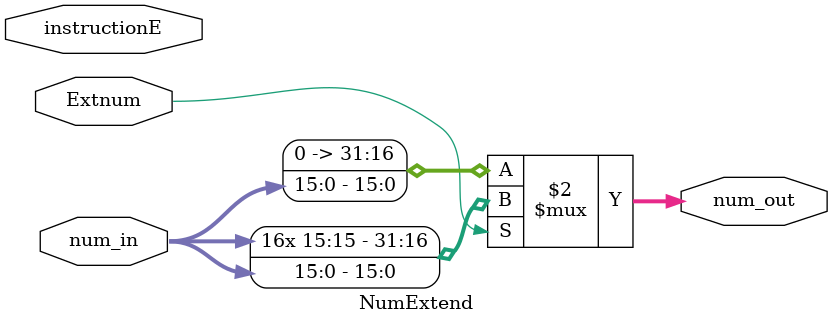
<source format=v>
/*
**
*/

`timescale 100fs/100fs
module NumExtend
    (   //Inputs
        input [31:0] instructionE,
        input [15:0] num_in,
        input Extnum,    //"0": no extension    "1": sign number extension

        //Outputs
        output reg [31:0] num_out
    );

    always @(*) begin
        //Don't Need extension: xori 
        num_out = Extnum ? {{16{num_in[15]}}, num_in[15:0]} : {{16{1'b0}}, num_in[15:0]};
    end

endmodule


</source>
